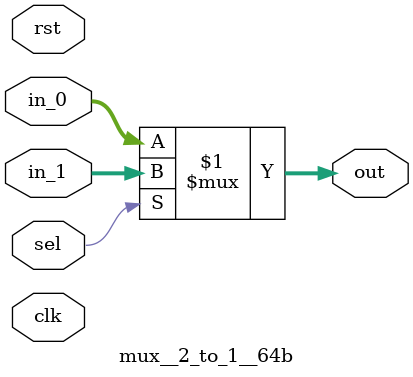
<source format=sv>
module mux__2_to_1__64b
(
    input clk,
    input rst,
    input sel,
    input [63:0] in_0,
    input [63:0] in_1,
    output logic [63:0] out
);
// 2 to 1 mux
assign out = sel ? in_1 : in_0;

endmodule


</source>
